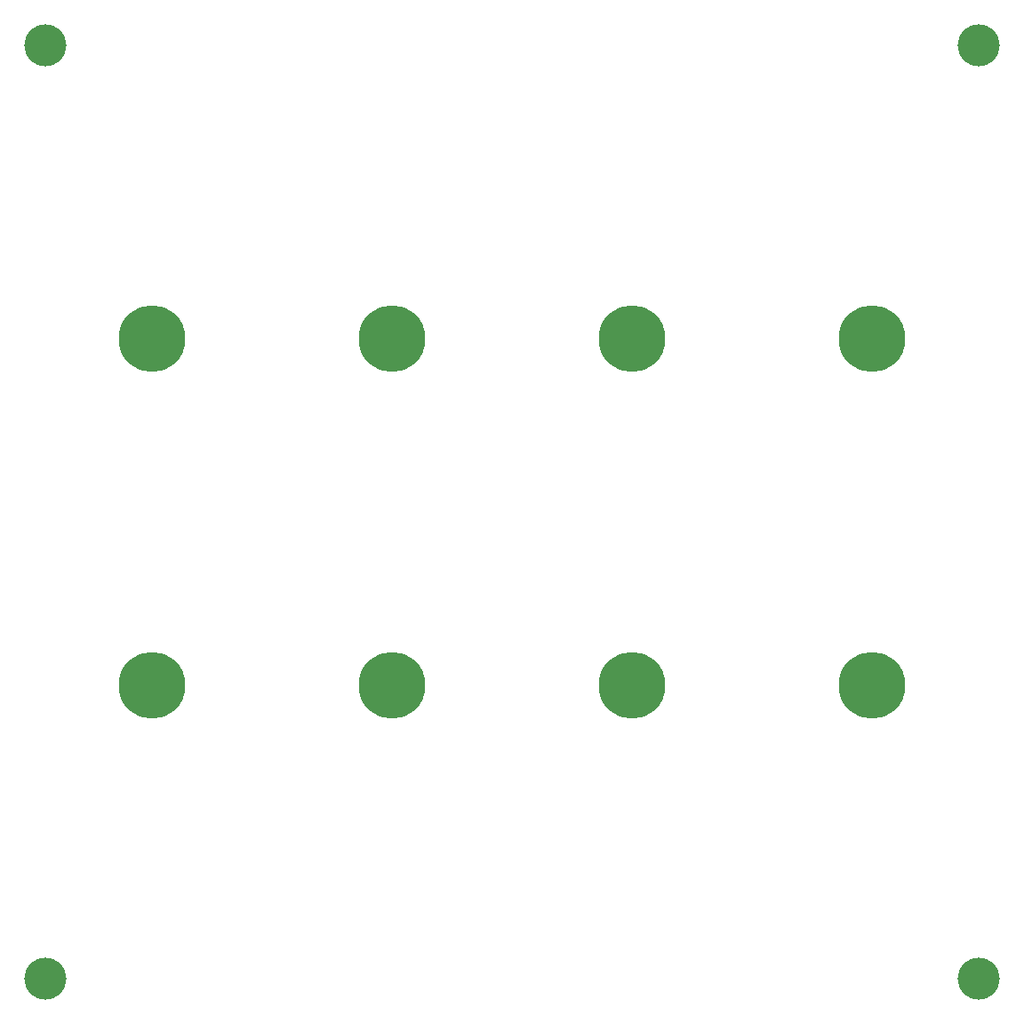
<source format=gbr>
%TF.GenerationSoftware,KiCad,Pcbnew,(5.1.10)-1*%
%TF.CreationDate,2021-11-06T18:31:03+11:00*%
%TF.ProjectId,pannel108-cleanoverlay-v2,70616e6e-656c-4313-9038-2d636c65616e,rev?*%
%TF.SameCoordinates,Original*%
%TF.FileFunction,Soldermask,Top*%
%TF.FilePolarity,Negative*%
%FSLAX46Y46*%
G04 Gerber Fmt 4.6, Leading zero omitted, Abs format (unit mm)*
G04 Created by KiCad (PCBNEW (5.1.10)-1) date 2021-11-06 18:31:03*
%MOMM*%
%LPD*%
G01*
G04 APERTURE LIST*
%ADD10C,6.350000*%
%ADD11C,4.000000*%
G04 APERTURE END LIST*
D10*
%TO.C,REF\u002A\u002A*%
X128905000Y-112445000D03*
%TD*%
%TO.C,REF\u002A\u002A*%
X106045000Y-112445000D03*
%TD*%
%TO.C,REF\u002A\u002A*%
X128905000Y-79425000D03*
%TD*%
%TO.C,REF\u002A\u002A*%
X106045000Y-79425000D03*
%TD*%
%TO.C,REF\u002A\u002A*%
X151765000Y-79425000D03*
%TD*%
%TO.C,REF\u002A\u002A*%
X151765000Y-112445000D03*
%TD*%
%TO.C,REF\u002A\u002A*%
X83185000Y-112445000D03*
%TD*%
%TO.C,REF\u002A\u002A*%
X83185000Y-79425000D03*
%TD*%
D11*
%TO.C,REF\u002A\u002A*%
X161925000Y-140385000D03*
%TD*%
%TO.C,REF\u002A\u002A*%
X73025000Y-140385000D03*
%TD*%
%TO.C,REF\u002A\u002A*%
X161925000Y-51485000D03*
%TD*%
%TO.C,REF\u002A\u002A*%
X73030000Y-51485000D03*
%TD*%
M02*

</source>
